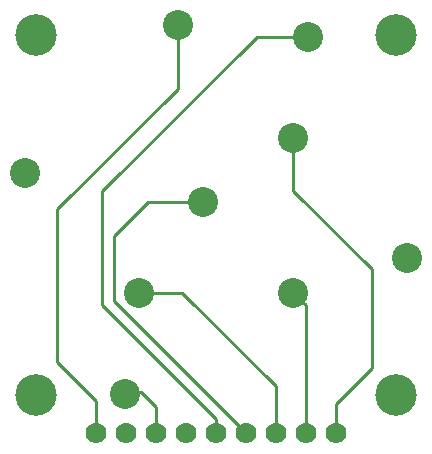
<source format=gbr>
G04 EAGLE Gerber RS-274X export*
G75*
%MOMM*%
%FSLAX34Y34*%
%LPD*%
%INBottom Copper*%
%IPPOS*%
%AMOC8*
5,1,8,0,0,1.08239X$1,22.5*%
G01*
%ADD10C,3.516000*%
%ADD11C,2.540000*%
%ADD12C,1.778000*%
%ADD13C,0.254000*%


D10*
X152400Y-152400D03*
X-152400Y-152400D03*
X152400Y152400D03*
X-152400Y152400D03*
D11*
X-11102Y11102D03*
X-65478Y-65478D03*
X65478Y65478D03*
X65478Y-65478D03*
X161503Y-36062D03*
X-77499Y-151038D03*
X77499Y151038D03*
X-32527Y160796D03*
X-161503Y36062D03*
D12*
X101600Y-184150D03*
X76200Y-184150D03*
X50800Y-184150D03*
X25400Y-184150D03*
X0Y-184150D03*
X-25400Y-184150D03*
X-50800Y-184150D03*
X-76200Y-184150D03*
X-101600Y-184150D03*
D13*
X101600Y-184150D02*
X101600Y-160020D01*
X132080Y-129540D01*
X132080Y-45720D01*
X65478Y20882D02*
X65478Y65478D01*
X65478Y20882D02*
X132080Y-45720D01*
X76200Y-76200D02*
X76200Y-184150D01*
X76200Y-76200D02*
X65478Y-65478D01*
X25400Y-184150D02*
X-86360Y-72390D01*
X-57478Y11102D02*
X-11102Y11102D01*
X-86360Y-17780D02*
X-86360Y-72390D01*
X-86360Y-17780D02*
X-57478Y11102D01*
X0Y-172720D02*
X0Y-184150D01*
X0Y-172720D02*
X-96520Y-76200D01*
X-96520Y20199D01*
X34319Y151038D02*
X77499Y151038D01*
X34319Y151038D02*
X-96520Y20199D01*
X-50800Y-162560D02*
X-50800Y-184150D01*
X-50800Y-162560D02*
X-63500Y-149860D01*
X-76321Y-149860D01*
X-77499Y-151038D01*
X-65478Y-65478D02*
X-28502Y-65478D01*
X50800Y-144780D02*
X50800Y-184150D01*
X50800Y-144780D02*
X-28502Y-65478D01*
X-101600Y-157480D02*
X-101600Y-184150D01*
X-101600Y-157480D02*
X-134620Y-124460D01*
X-134620Y5080D01*
X-32527Y107173D02*
X-32527Y160796D01*
X-32527Y107173D02*
X-134620Y5080D01*
M02*

</source>
